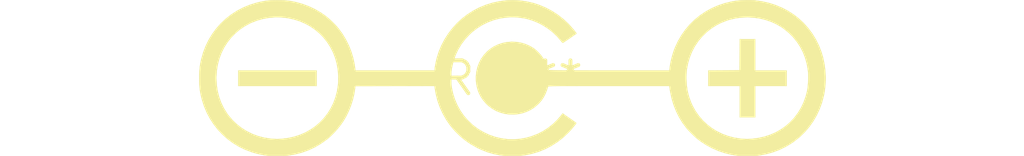
<source format=kicad_pcb>
(kicad_pcb (version 20240108) (generator pcbnew)
  (layers (0 "F.Cu" signal) (31 "B.Cu" signal) (34 "B.Paste" user) (35 "F.Paste" user) (36 "B.SilkS" user "B.Silkscreen") (37 "F.SilkS" user "F.Silkscreen") (38 "B.Mask" user) (39 "F.Mask" user) (44 "Edge.Cuts" user))
  (net 0 "")
  (footprint "Polarity_Center_Positive_6mm_SilkScreen" (layer "F.Cu") (at 0 0)
    (property "Reference" "REF**")
    (property "Value" "Polarity_Center_Positive_6mm_SilkScreen")
    (fp_poly (pts (xy -7.53198 0.301782) (xy -10.549802 0.301782) (xy -10.549802 -0.301782) (xy -7.53198 -0.301782) (xy -7.53198 0.301782)) (layer "F.SilkS") (stroke (width 0.01)) (fill solid))
    (fp_poly (pts (xy 9.355248 -0.301782) (xy 10.562377 -0.301782) (xy 10.562377 0.301782) (xy 9.355248 0.301782) (xy 9.355248 1.508911) (xy 8.751684 1.508911) (xy 8.751684 0.301782) (xy 7.544555 0.301782) (xy 7.544555 -0.301538) (xy 8.144976 -0.304804) (xy 8.745396 -0.308069) (xy 8.748662 -0.90849) (xy 8.751927 -1.508911) (xy 9.355248 -1.508911) (xy 9.355248 -0.301782)) (layer "F.SilkS") (stroke (width 0.01)) (fill solid))
    (fp_poly (pts (xy 9.174857 -3.014648) (xy 9.284024 -3.010439) (xy 9.337281 -3.006461) (xy 9.605462 -2.969918) (xy 9.868658 -2.910608) (xy 10.124621 -2.829446) (xy 10.371103 -2.727346) (xy 10.605855 -2.605224) (xy 10.82663 -2.463993) (xy 11.002476 -2.328892) (xy 11.201601 -2.14635) (xy 11.382043 -1.947388) (xy 11.543021 -1.733246) (xy 11.683755 -1.505162) (xy 11.803468 -1.264377) (xy 11.90138 -1.012131) (xy 11.964636 -0.798451) (xy 12.018398 -0.543687) (xy 12.051602 -0.281875) (xy 12.064157 -0.017474) (xy 12.05597 0.245057) (xy 12.02695 0.501257) (xy 11.994887 0.671311) (xy 11.923092 0.940062) (xy 11.829676 1.197173) (xy 11.715269 1.44171) (xy 11.580501 1.672735) (xy 11.426002 1.889311) (xy 11.252403 2.090501) (xy 11.060332 2.27537) (xy 10.85042 2.44298) (xy 10.761866 2.504804) (xy 10.530064 2.645671) (xy 10.288075 2.763787) (xy 10.035374 2.859355) (xy 9.771434 2.932574) (xy 9.515107 2.980834) (xy 9.450666 2.988743) (xy 9.371077 2.996003) (xy 9.281678 3.002373) (xy 9.187807 3.007614) (xy 9.094804 3.011484) (xy 9.008007 3.013745) (xy 8.932755 3.014155) (xy 8.874386 3.012474) (xy 8.852278 3.01067) (xy 8.821066 3.007233) (xy 8.772553 3.002019) (xy 8.714451 2.995854) (xy 8.676238 2.991837) (xy 8.427765 2.953789) (xy 8.178947 2.892397) (xy 7.933372 2.809154) (xy 7.694629 2.705555) (xy 7.466304 2.583096) (xy 7.251985 2.443269) (xy 7.123317 2.344941) (xy 7.041263 2.274354) (xy 6.951395 2.190585) (xy 6.860509 2.100408) (xy 6.775407 2.010595) (xy 6.702885 1.927921) (xy 6.694346 1.917575) (xy 6.547547 1.719178) (xy 6.416636 1.503255) (xy 6.302872 1.272735) (xy 6.207511 1.030547) (xy 6.131813 0.77962) (xy 6.077036 0.522882) (xy 6.066417 0.455817) (xy 6.043778 0.301782) (xy 3.713079 0.301782) (xy 3.418557 0.301813) (xy 3.148274 0.301908) (xy 2.90132 0.302075) (xy 2.676786 0.302318) (xy 2.473762 0.302645) (xy 2.291339 0.303061) (xy 2.128606 0.303573) (xy 1.984655 0.304186) (xy 1.858576 0.304907) (xy 1.749459 0.305742) (xy 1.656394 0.306697) (xy 1.578473 0.307778) (xy 1.514785 0.308992) (xy 1.464421 0.310343) (xy 1.426471 0.31184) (xy 1.400026 0.313486) (xy 1.384176 0.31529) (xy 1.378011 0.317256) (xy 1.37788 0.3175) (xy 1.327173 0.476421) (xy 1.271105 0.614878) (xy 1.207193 0.737391) (xy 1.132957 0.848478) (xy 1.045915 0.95266) (xy 1.006547 0.993825) (xy 0.871272 1.113268) (xy 0.723836 1.212215) (xy 0.566533 1.290661) (xy 0.401658 1.348604) (xy 0.231506 1.38604) (xy 0.058372 1.402966) (xy -0.11545 1.399379) (xy -0.287664 1.375275) (xy -0.455977 1.33065) (xy -0.618093 1.265503) (xy -0.771717 1.179829) (xy -0.914555 1.073625) (xy -0.997447 0.996705) (xy -1.119461 0.858261) (xy -1.218275 0.712292) (xy -1.295267 0.556607) (xy -1.326614 0.472636) (xy -1.375202 0.291073) (xy -1.400427 0.108158) (xy -1.401845 0.004344) (xy 6.70208 0.004344) (xy 6.712761 0.24759) (xy 6.745199 0.479902) (xy 6.79998 0.703923) (xy 6.877694 0.922297) (xy 6.934728 1.049951) (xy 7.048116 1.257535) (xy 7.180742 1.449778) (xy 7.331277 1.625814) (xy 7.498393 1.784775) (xy 7.680761 1.925794) (xy 7.877053 2.048002) (xy 8.08594 2.150533) (xy 8.306093 2.23252) (xy 8.536185 2.293094) (xy 8.774885 2.331388) (xy 8.915149 2.342962) (xy 8.960493 2.345526) (xy 9.000104 2.34792) (xy 9.015743 2.34895) (xy 9.039636 2.348885) (xy 9.082896 2.347147) (xy 9.139817 2.344021) (xy 9.204695 2.339792) (xy 9.219086 2.338769) (xy 9.465942 2.309097) (xy 9.702815 2.256947) (xy 9.928679 2.183209) (xy 10.142509 2.088772) (xy 10.343278 1.974528) (xy 10.529962 1.841366) (xy 10.701534 1.690176) (xy 10.85697 1.521849) (xy 10.995243 1.337274) (xy 11.115328 1.137342) (xy 11.216199 0.922942) (xy 11.296831 0.694965) (xy 11.348853 0.490396) (xy 11.364778 0.396023) (xy 11.377338 0.283696) (xy 11.386253 0.160418) (xy 11.391244 0.033195) (xy 11.392031 -0.09097) (xy 11.388335 -0.205073) (xy 11.380336 -0.298428) (xy 11.338179 -0.544573) (xy 11.27385 -0.779343) (xy 11.187746 -1.002085) (xy 11.080266 -1.212147) (xy 10.951808 -1.408874) (xy 10.802769 -1.591613) (xy 10.633549 -1.759712) (xy 10.444545 -1.912517) (xy 10.361188 -1.970754) (xy 10.16887 -2.084639) (xy 9.963132 -2.178815) (xy 9.746574 -2.252959) (xy 9.521795 -2.306745) (xy 9.291396 -2.339851) (xy 9.057977 -2.351952) (xy 8.824137 -2.342726) (xy 8.592478 -2.311847) (xy 8.365598 -2.258993) (xy 8.273862 -2.230663) (xy 8.05044 -2.143625) (xy 7.840598 -2.036014) (xy 7.645283 -1.909004) (xy 7.465446 -1.763769) (xy 7.302034 -1.601483) (xy 7.155996 -1.423319) (xy 7.028281 -1.230451) (xy 6.919836 -1.024053) (xy 6.831612 -0.805299) (xy 6.764556 -0.575363) (xy 6.719617 -0.335418) (xy 6.71527 -0.302112) (xy 6.710532 -0.250426) (xy 6.706549 -0.181414) (xy 6.703657 -0.102894) (xy 6.702192 -0.022684) (xy 6.70208 0.004344) (xy -1.401845 0.004344) (xy -1.402915 -0.073943) (xy -1.383295 -0.253064) (xy -1.342196 -0.427039) (xy -1.280244 -0.593704) (xy -1.198068 -0.750892) (xy -1.096295 -0.896437) (xy -0.975555 -1.028174) (xy -0.863789 -1.123647) (xy -0.712718 -1.223451) (xy -0.550818 -1.301889) (xy -0.380623 -1.358897) (xy -0.204671 -1.394412) (xy -0.025498 -1.40837) (xy 0.154362 -1.400708) (xy 0.332372 -1.371363) (xy 0.505996 -1.320272) (xy 0.672698 -1.247369) (xy 0.81104 -1.165539) (xy 0.852564 -1.134713) (xy 0.903937 -1.092358) (xy 0.957473 -1.04497) (xy 0.990135 -1.014209) (xy 1.098871 -0.89663) (xy 1.190296 -0.770545) (xy 1.266541 -0.632132) (xy 1.329734 -0.477568) (xy 1.378259 -0.3175) (xy 1.383286 -0.315514) (xy 1.397888 -0.313692) (xy 1.422974 -0.312027) (xy 1.459453 -0.310514) (xy 1.508236 -0.309146) (xy 1.570231 -0.307916) (xy 1.646348 -0.30682) (xy 1.737496 -0.30585) (xy 1.844585 -0.305002) (xy 1.968524 -0.304267) (xy 2.110222 -0.303641) (xy 2.270588 -0.303118) (xy 2.450533 -0.30269) (xy 2.650965 -0.302353) (xy 2.872794 -0.3021) (xy 3.11693 -0.301924) (xy 3.384281 -0.301821) (xy 3.675757 -0.301782) (xy 6.045749 -0.301782) (xy 6.054377 -0.380371) (xy 6.077423 -0.538056) (xy 6.112328 -0.707353) (xy 6.156755 -0.879114) (xy 6.208371 -1.04419) (xy 6.257 -1.174493) (xy 6.371297 -1.422295) (xy 6.505546 -1.65544) (xy 6.658707 -1.873121) (xy 6.829739 -2.074532) (xy 7.017603 -2.258866) (xy 7.221259 -2.425314) (xy 7.439665 -2.57307) (xy 7.671783 -2.701326) (xy 7.916573 -2.809276) (xy 8.172993 -2.896112) (xy 8.440005 -2.961027) (xy 8.592836 -2.987365) (xy 8.689124 -2.998626) (xy 8.802953 -3.007176) (xy 8.92684 -3.012825) (xy 9.053302 -3.01538) (xy 9.174857 -3.014648)) (layer "F.SilkS") (stroke (width 0.01)) (fill solid))
    (fp_poly (pts (xy 0.284256 -3.001128) (xy 0.547425 -2.965017) (xy 0.807122 -2.90509) (xy 1.012228 -2.839465) (xy 1.268147 -2.733675) (xy 1.51242 -2.605906) (xy 1.743838 -2.457061) (xy 1.961189 -2.288042) (xy 2.163266 -2.099751) (xy 2.348858 -1.893091) (xy 2.443478 -1.771912) (xy 2.476932 -1.726844) (xy 2.216524 -1.545576) (xy 2.144808 -1.496046) (xy 2.079485 -1.451675) (xy 2.023498 -1.414402) (xy 1.97979 -1.386167) (xy 1.951304 -1.368908) (xy 1.941402 -1.364307) (xy 1.926901 -1.373699) (xy 1.903123 -1.398303) (xy 1.875675 -1.4322) (xy 1.732794 -1.602184) (xy 1.570246 -1.759421) (xy 1.391036 -1.902042) (xy 1.198171 -2.028182) (xy 0.994655 -2.135971) (xy 0.783496 -2.223543) (xy 0.567698 -2.28903) (xy 0.457703 -2.313156) (xy 0.217037 -2.346637) (xy -0.023002 -2.355783) (xy -0.260705 -2.341111) (xy -0.494363 -2.303139) (xy -0.72227 -2.242382) (xy -0.942717 -2.159358) (xy -1.153994 -2.054584) (xy -1.354395 -1.928576) (xy -1.542211 -1.781852) (xy -1.659937 -1.672432) (xy -1.825706 -1.490376) (xy -1.969395 -1.296329) (xy -2.091049 -1.090198) (xy -2.190714 -0.871892) (xy -2.268438 -0.64132) (xy -2.324266 -0.39839) (xy -2.334213 -0.339501) (xy -2.345559 -0.242621) (xy -2.352486 -0.129217) (xy -2.354991 -0.007364) (xy -2.35307 0.114862) (xy -2.346722 0.229384) (xy -2.335943 0.328126) (xy -2.334469 0.337789) (xy -2.284095 0.580493) (xy -2.211559 0.813307) (xy -2.117667 1.034956) (xy -2.003224 1.244164) (xy -1.869035 1.439658) (xy -1.715905 1.620161) (xy -1.544638 1.784399) (xy -1.356041 1.931096) (xy -1.307722 1.963926) (xy -1.097975 2.088025) (xy -0.879554 2.189266) (xy -0.654151 2.267417) (xy -0.42346 2.322247) (xy -0.189171 2.353523) (xy 0.047023 2.361015) (xy 0.283431 2.34449) (xy 0.518361 2.303717) (xy 0.734803 2.243581) (xy 0.962539 2.155388) (xy 1.178452 2.045446) (xy 1.381155 1.914717) (xy 1.569263 1.764161) (xy 1.741389 1.594741) (xy 1.844939 1.473836) (xy 1.93834 1.357029) (xy 1.997116 1.399058) (xy 2.026126 1.419575) (xy 2.07139 1.451308) (xy 2.128479 1.491166) (xy 2.192965 1.536058) (xy 2.260223 1.582754) (xy 2.32278 1.626501) (xy 2.377595 1.665552) (xy 2.421541 1.697618) (xy 2.451487 1.72041) (xy 2.464303 1.73164) (xy 2.464555 1.732202) (xy 2.456524 1.749257) (xy 2.434321 1.781416) (xy 2.400782 1.825259) (xy 2.358744 1.877364) (xy 2.311043 1.934311) (xy 2.260514 1.992677) (xy 2.209995 2.049043) (xy 2.16232 2.099988) (xy 2.144448 2.118319) (xy 1.940602 2.307021) (xy 1.724123 2.474233) (xy 1.495976 2.61955) (xy 1.257126 2.74257) (xy 1.008539 2.842889) (xy 0.751181 2.920101) (xy 0.486016 2.973804) (xy 0.214011 3.003594) (xy 0.012575 3.010009) (xy -0.243699 3.001123) (xy -0.486153 2.973925) (xy -0.719254 2.927366) (xy -0.947468 2.860401) (xy -1.175259 2.771983) (xy -1.348534 2.690949) (xy -1.587073 2.557788) (xy -1.811248 2.404378) (xy -2.019904 2.231867) (xy -2.211883 2.041403) (xy -2.386027 1.834133) (xy -2.54118 1.611206) (xy -2.676135 1.373868) (xy -2.789227 1.126949) (xy -2.878205 0.876394) (xy -2.944096 0.619067) (xy -2.970293 0.477107) (xy -2.998492 0.301682) (xy -6.04193 0.30807) (xy -6.051432 0.396089) (xy -6.084346 0.609191) (xy -6.136827 0.829042) (xy -6.206756 1.049657) (xy -6.292014 1.265049) (xy -6.390482 1.469234) (xy -6.49424 1.647228) (xy -6.591951 1.78852) (xy -6.703809 1.931369) (xy -6.824788 2.070155) (xy -6.949861 2.199258) (xy -7.074001 2.313056) (xy -7.133232 2.361737) (xy -7.358571 2.52377) (xy -7.593664 2.662626) (xy -7.838465 2.778289) (xy -8.092929 2.870744) (xy -8.35701 2.939973) (xy -8.630664 2.985961) (xy -8.913844 3.008692) (xy -8.971732 3.010449) (xy -9.048547 3.011815) (xy -9.120133 3.012465) (xy -9.181259 3.012398) (xy -9.226699 3.011615) (xy -9.248366 3.010459) (xy -9.418838 2.991313) (xy -9.570515 2.96932) (xy -9.709697 2.943227) (xy -9.842687 2.911783) (xy -9.975787 2.873736) (xy -10.040544 2.853095) (xy -10.291003 2.757922) (xy -10.529277 2.641341) (xy -10.75432 2.504491) (xy -10.965087 2.348512) (xy -11.160533 2.174541) (xy -11.339612 1.983718) (xy -11.501277 1.777183) (xy -11.644485 1.556073) (xy -11.768188 1.321529) (xy -11.871342 1.074689) (xy -11.952901 0.816692) (xy -11.969501 0.751783) (xy -11.995396 0.640579) (xy -12.015476 0.540777) (xy -12.030408 0.446295) (xy -12.04086 0.351052) (xy -12.047499 0.248966) (xy -12.050993 0.133958) (xy -12.052008 0) (xy -12.051961 -0.006287) (xy -11.392277 -0.006287) (xy -11.380589 0.243496) (xy -11.345747 0.48557) (xy -11.288088 0.718899) (xy -11.207945 0.942444) (xy -11.105653 1.155171) (xy -10.981549 1.35604) (xy -10.928562 1.429281) (xy -10.776416 1.610349) (xy -10.607296 1.773641) (xy -10.422872 1.918261) (xy -10.224812 2.043313) (xy -10.014783 2.147901) (xy -9.794455 2.231129) (xy -9.565495 2.292102) (xy -9.329571 2.329924) (xy -9.235792 2.338223) (xy -9.176993 2.342248) (xy -9.125609 2.345769) (xy -9.088 2.348348) (xy -9.072326 2.349427) (xy -9.050981 2.349184) (xy -9.009949 2.347311) (xy -8.954617 2.344099) (xy -8.890374 2.339841) (xy -8.871841 2.338524) (xy -8.62738 2.309016) (xy -8.392608 2.257086) (xy -8.16857 2.183783) (xy -7.956314 2.090152) (xy -7.756886 1.977241) (xy -7.571332 1.846096) (xy -7.4007 1.697765) (xy -7.246035 1.533294) (xy -7.108384 1.35373) (xy -6.988794 1.16012) (xy -6.888311 0.953511) (xy -6.807981 0.734949) (xy -6.748851 0.505482) (xy -6.711969 0.266157) (xy -6.703799 0.169753) (xy -6.699129 -0.07928) (xy -6.717617 -0.322066) (xy -6.758571 -0.55736) (xy -6.8213 -0.783916) (xy -6.905113 -1.000488) (xy -7.009318 -1.205831) (xy -7.133224 -1.3987) (xy -7.27614 -1.577848) (xy -7.437374 -1.742031) (xy -7.616236 -1.890004) (xy -7.812033 -2.020519) (xy -7.966054 -2.104451) (xy -8.184917 -2.199453) (xy -8.412286 -2.271733) (xy -8.645855 -2.321274) (xy -8.883323 -2.348062) (xy -9.122385 -2.352081) (xy -9.360736 -2.333315) (xy -9.596074 -2.291748) (xy -9.826095 -2.227366) (xy -10.048494 -2.140152) (xy -10.094271 -2.118812) (xy -10.303883 -2.004752) (xy -10.497469 -1.871949) (xy -10.674261 -1.721652) (xy -10.833495 -1.555108) (xy -10.974402 -1.373564) (xy -11.096216 -1.178269) (xy -11.198171 -0.97047) (xy -11.279501 -0.751413) (xy -11.339438 -0.522348) (xy -11.377216 -0.284521) (xy -11.39207 -0.039179) (xy -11.392277 -0.006287) (xy -12.051961 -0.006287) (xy -12.050991 -0.133835) (xy -12.047509 -0.248714) (xy -12.040919 -0.350763) (xy -12.030579 -0.446106) (xy -12.015845 -0.540869) (xy -11.996075 -0.64118) (xy -11.974779 -0.735594) (xy -11.900651 -0.99749) (xy -11.804584 -1.248129) (xy -11.687615 -1.486489) (xy -11.550777 -1.711548) (xy -11.395105 -1.922281) (xy -11.221632 -2.117667) (xy -11.031395 -2.296684) (xy -10.825425 -2.458307) (xy -10.60476 -2.601516) (xy -10.370432 -2.725287) (xy -10.123476 -2.828597) (xy -9.864926 -2.910424) (xy -9.745049 -2.93997) (xy -9.641728 -2.962304) (xy -9.550281 -2.97959) (xy -9.464751 -2.992425) (xy -9.37918 -3.001407) (xy -9.287608 -3.007132) (xy -9.184078 -3.0102) (xy -9.062632 -3.011206) (xy -9.034604 -3.011212) (xy -8.899914 -3.009991) (xy -8.784027 -3.006137) (xy -8.680673 -2.998985) (xy -8.583585 -2.987876) (xy -8.486493 -2.972148) (xy -8.383129 -2.951138) (xy -8.312345 -2.934981) (xy -8.066823 -2.865442) (xy -7.825035 -2.774094) (xy -7.591406 -2.663026) (xy -7.370362 -2.534331) (xy -7.178007 -2.399149) (xy -7.086506 -2.324214) (xy -6.98803 -2.235914) (xy -6.889098 -2.140592) (xy -6.796233 -2.044595) (xy -6.715956 -1.95427) (xy -6.696047 -1.930148) (xy -6.544923 -1.724736) (xy -6.410609 -1.504129) (xy -6.294631 -1.271846) (xy -6.198516 -1.031408) (xy -6.123789 -0.786335) (xy -6.071976 -0.540146) (xy -6.060949 -0.465247) (xy -6.053751 -0.412554) (xy -6.04705 -0.366637) (xy -6.042012 -0.335397) (xy -6.041 -0.330074) (xy -6.035164 -0.301782) (xy -2.992673 -0.301782) (xy -2.992673 -0.331589) (xy -2.990028 -0.36406) (xy -2.982783 -0.415455) (xy -2.971976 -0.480187) (xy -2.958641 -0.552671) (xy -2.943815 -0.627322) (xy -2.928534 -0.698553) (xy -2.913835 -0.760779) (xy -2.91101 -0.771829) (xy -2.833687 -1.020275) (xy -2.733013 -1.262697) (xy -2.610485 -1.496942) (xy -2.467601 -1.720861) (xy -2.305857 -1.932303) (xy -2.126752 -2.129117) (xy -1.931781 -2.309152) (xy -1.734549 -2.461753) (xy -1.507065 -2.607438) (xy -1.268951 -2.731248) (xy -1.02197 -2.832938) (xy -0.767883 -2.912268) (xy -0.508455 -2.968994) (xy -0.245447 -3.002875) (xy 0.019378 -3.013667) (xy 0.284256 -3.001128)) (layer "F.SilkS") (stroke (width 0.01)) (fill solid))
  )
)
</source>
